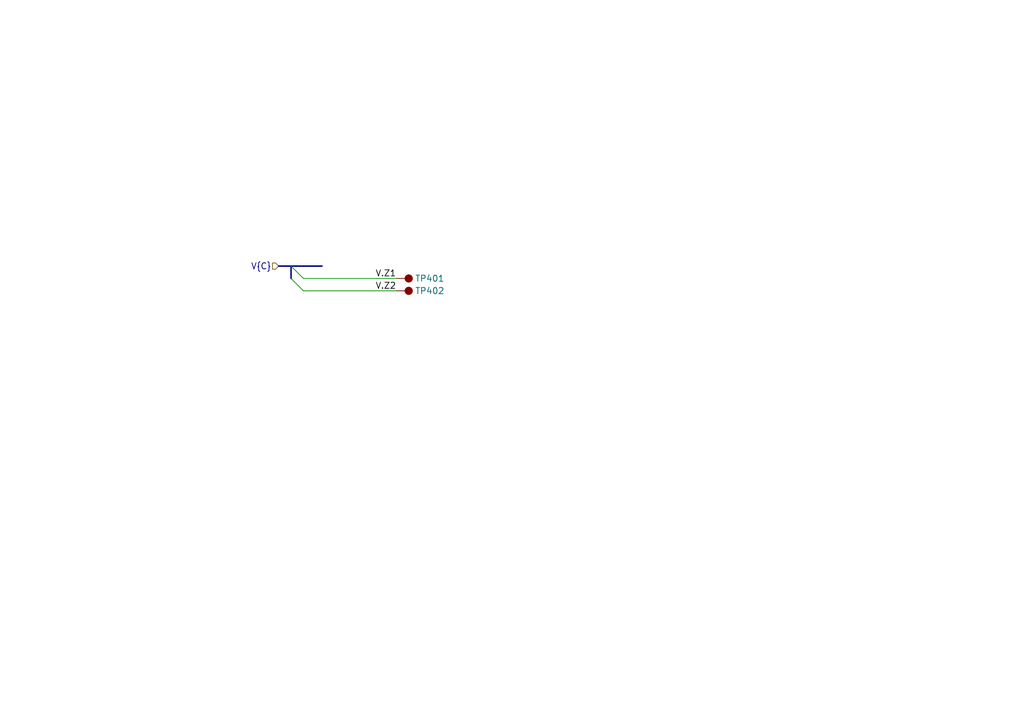
<source format=kicad_sch>
(kicad_sch (version 20231120) (generator "eeschema") (generator_version "8.0")
  (paper "A5")
  (lib_symbols
    (symbol "Mechanical:TST-01025" (pin_numbers hide) (pin_names (offset 1.016) hide) (in_bom no)
      (property "Reference" "TP" (at 3.81 0 0))
      (symbol "TST-01025_0_1"
        (circle (center 2.54 0) (radius 0.762) (fill (type outline)))
      )
      (symbol "TST-01025_1_1"
        (pin passive line (at 0 0 0) (length 2.54) (name "~") (number "1"))
      )
    )
  )
  (bus_entry (at 59.69 57.15) (size 2.54 2.54))
  (bus_entry (at 59.69 54.61) (size 2.54 2.54))
  (bus (pts (xy 59.69 54.61) (xy 66.04 54.61)))
  (wire (pts (xy 62.23 57.15) (xy 81.28 57.15)))
  (wire (pts (xy 62.23 59.69) (xy 81.28 59.69)))
  (bus (pts (xy 57.15 54.61) (xy 59.69 54.61)))
  (bus (pts (xy 59.69 54.61) (xy 59.69 57.15)))
  (label "V.Z1" (at 81.28 57.15 180))
  (label "V.Z2" (at 81.28 59.69 180))
  (hierarchical_label "V{C}" (shape input) (at 57.15 54.61 180))
  (symbol (lib_id "Mechanical:TST-01025") (at 81.28 59.69 0) (unit 1) (in_bom no)
    (property "Reference" "TP402" (at 85.09 59.69 0) (effects (justify left)))
    (property "Value" "TST-01025" (effects (hide yes)))
    (property "Description" "Test point, 25mils" (effects (hide yes)))
  )
  (symbol (lib_id "Mechanical:TST-01025") (at 81.28 57.15 0) (unit 1) (in_bom no)
    (property "Reference" "TP401" (at 85.09 57.15 0) (effects (justify left)))
    (property "Value" "TST-01025" (effects (hide yes)))
    (property "Description" "Test point, 25mils" (effects (hide yes)))
  )
)
</source>
